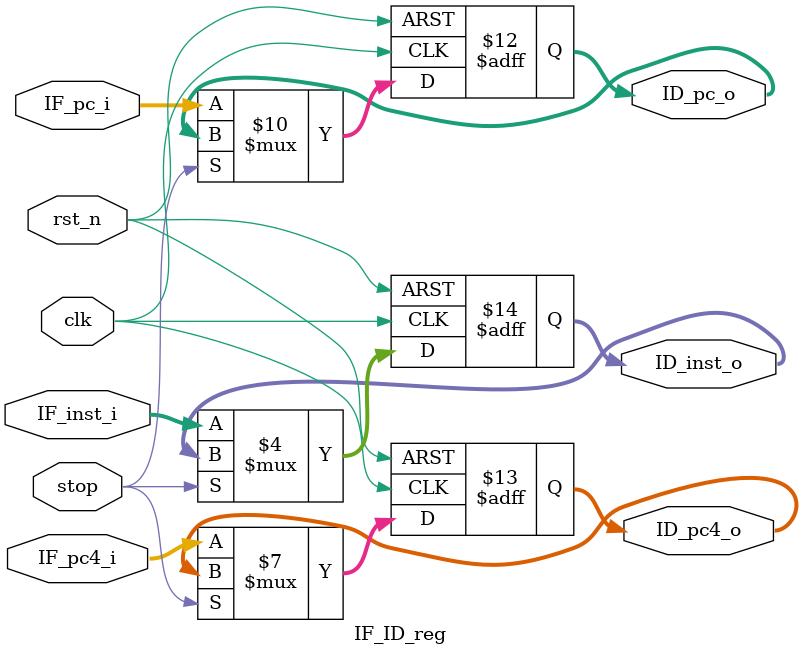
<source format=v>
module IF_ID_reg (
    input clk,
    input rst_n,
    input stop,
    input [31:0] IF_pc_i,
    input [31:0] IF_pc4_i,
    input [31:0] IF_inst_i,
    output reg [31:0] ID_pc_o,
    output reg [31:0] ID_pc4_o,
    output reg [31:0] ID_inst_o
);

always @(posedge clk or negedge rst_n) begin
    if (~rst_n) begin
        ID_pc_o <= 32'b0;
        ID_pc4_o <= 32'b0;
        ID_inst_o <= 32'b0;
    end
    else if (stop) begin
        ID_pc_o <= ID_pc_o;
        ID_pc4_o <= ID_pc4_o;
        ID_inst_o <= ID_inst_o;
    end
    else begin
        ID_pc_o <= IF_pc_i;
        ID_pc4_o <= IF_pc4_i;
        ID_inst_o <= IF_inst_i;
    end
end

endmodule
</source>
